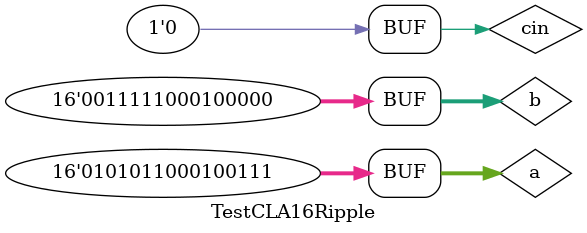
<source format=v>
`include "cla16_ripple.v"


module TestCLA16Ripple();
    reg [15:0] a,b;
    reg cin;
    wire[15:0] sum;
    wire [15:0] p,g;
    wire cout;

    CLARippledAdder16 cla16(.A(a),.B(b),.cin(cin),.S(sum),.cout(cout));

    initial begin
        $monitor("a = %b, b = %b, cin = %b, sum = %b, cout = %b", a, b, cin, sum, cout);
        #1 a = 16'b0000000000000001; b = 16'b0000000000000010; cin = 1'b1;
        #1 a = 16'b0000000000000001; b = 16'b0000000000000001; cin = 1'b0;
        #1 a = 16'b1111111111111111; b = 16'b0000000000000001; cin = 1'b0;
        #1 a = 16'b1111111111111111; b = 16'b0000000000000000; cin = 1'b1;
        #1 a = 16'b0000000100000001; b = 16'b0000000100000001; cin = 1'b0;
        #1 a = 16'b0101011000100111; b = 16'b0011111000100000; cin = 1'b0;
    end
endmodule
</source>
